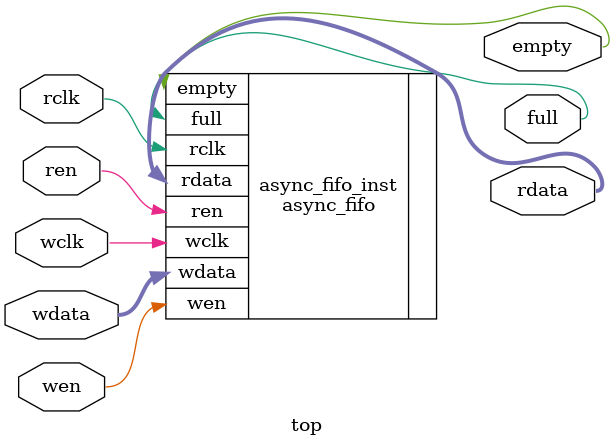
<source format=sv>
`default_nettype none

module top #(
  parameter WIDTH = 36,
  parameter DEPTH = 256
) (
  input wire wclk,
  input wire wen,
  input wire [WIDTH-1:0] wdata,

  input wire rclk,
  input wire ren,
  output reg [WIDTH-1:0] rdata,

  output reg empty,
  output reg full
);

async_fifo #(
  .WIDTH(WIDTH),
  .DEPTH(DEPTH)
) async_fifo_inst (
  .wclk(wclk),
  .wen(wen),
  .wdata(wdata),
  .rclk(rclk),
  .ren(ren),
  .rdata(rdata),
  .empty(empty),
  .full(full)
);

endmodule

`default_nettype wire

</source>
